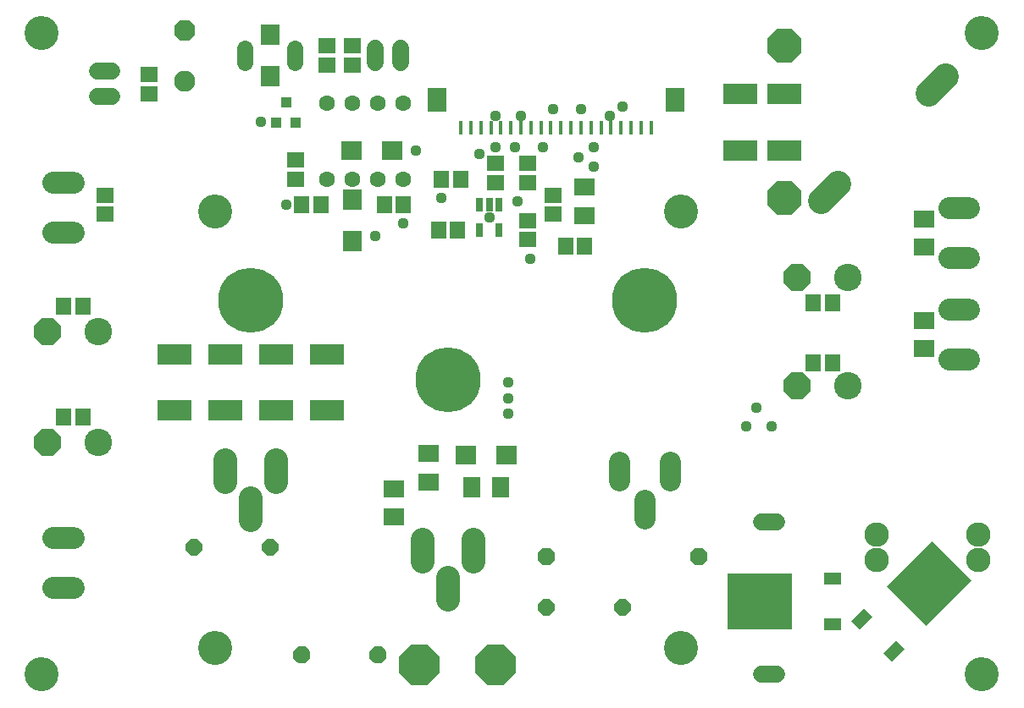
<source format=gbs>
G75*
%MOIN*%
%OFA0B0*%
%FSLAX25Y25*%
%IPPOS*%
%LPD*%
%AMOC8*
5,1,8,0,0,1.08239X$1,22.5*
%
%ADD10C,0.13398*%
%ADD11OC8,0.06400*%
%ADD12R,0.05918X0.06706*%
%ADD13R,0.13398X0.07887*%
%ADD14C,0.10800*%
%ADD15OC8,0.10800*%
%ADD16R,0.07898X0.07099*%
%ADD17R,0.06706X0.05918*%
%ADD18R,0.03162X0.05524*%
%ADD19R,0.07099X0.07898*%
%ADD20C,0.08300*%
%ADD21OC8,0.08300*%
%ADD22R,0.03950X0.04343*%
%ADD23R,0.07493X0.07887*%
%ADD24C,0.06343*%
%ADD25R,0.22060X0.25209*%
%ADD26R,0.04737X0.07099*%
%ADD27R,0.25209X0.22060*%
%ADD28R,0.07099X0.04737*%
%ADD29C,0.10250*%
%ADD30C,0.01360*%
%ADD31OC8,0.15800*%
%ADD32C,0.09658*%
%ADD33OC8,0.06800*%
%ADD34C,0.08600*%
%ADD35R,0.01575X0.05512*%
%ADD36R,0.07480X0.09252*%
%ADD37C,0.06737*%
%ADD38C,0.06312*%
%ADD39R,0.07887X0.07493*%
%ADD40C,0.06500*%
%ADD41OC8,0.13398*%
%ADD42C,0.08400*%
%ADD43C,0.25603*%
%ADD44C,0.09400*%
%ADD45C,0.04400*%
%ADD46C,0.04369*%
D10*
X0014750Y0016000D03*
X0083215Y0026207D03*
X0266285Y0026207D03*
X0384750Y0016000D03*
X0266285Y0198293D03*
X0384750Y0268500D03*
X0083215Y0198293D03*
X0014750Y0268500D03*
D11*
X0213500Y0042250D03*
X0243500Y0042250D03*
D12*
X0318510Y0138500D03*
X0325990Y0138500D03*
X0325990Y0162250D03*
X0318510Y0162250D03*
X0228490Y0184750D03*
X0221010Y0184750D03*
X0178490Y0191000D03*
X0171010Y0191000D03*
X0157240Y0201000D03*
X0149760Y0201000D03*
X0172260Y0211000D03*
X0179740Y0211000D03*
X0124740Y0201000D03*
X0117260Y0201000D03*
X0030990Y0161000D03*
X0023510Y0161000D03*
X0023510Y0117250D03*
X0030990Y0117250D03*
D13*
X0067250Y0119976D03*
X0087250Y0119976D03*
X0107250Y0119976D03*
X0127250Y0119976D03*
X0127250Y0142024D03*
X0107250Y0142024D03*
X0087250Y0142024D03*
X0067250Y0142024D03*
X0289750Y0222476D03*
X0307250Y0222476D03*
X0307250Y0244524D03*
X0289750Y0244524D03*
D14*
X0332250Y0172250D03*
X0332250Y0129750D03*
X0037250Y0151000D03*
X0037250Y0107250D03*
D15*
X0017250Y0107250D03*
X0017250Y0151000D03*
X0312250Y0129750D03*
X0312250Y0172250D03*
D16*
X0362250Y0184152D03*
X0362250Y0195348D03*
X0362250Y0155348D03*
X0362250Y0144152D03*
X0228500Y0196652D03*
X0228500Y0207848D03*
X0167250Y0102848D03*
X0167250Y0091652D03*
X0153500Y0089098D03*
X0153500Y0077902D03*
D17*
X0206000Y0187260D03*
X0206000Y0194740D03*
X0216000Y0197260D03*
X0216000Y0204740D03*
X0206000Y0209760D03*
X0206000Y0217240D03*
X0193500Y0217240D03*
X0193500Y0209760D03*
X0137250Y0256010D03*
X0137250Y0263490D03*
X0127250Y0263490D03*
X0127250Y0256010D03*
X0114750Y0218490D03*
X0114750Y0211010D03*
X0057250Y0244760D03*
X0057250Y0252240D03*
X0039750Y0204740D03*
X0039750Y0197260D03*
D18*
X0187260Y0201142D03*
X0191000Y0201142D03*
X0194740Y0201142D03*
X0194740Y0190858D03*
X0187260Y0190858D03*
D19*
X0184152Y0089750D03*
X0195348Y0089750D03*
D20*
X0071000Y0249750D03*
D21*
X0071000Y0269750D03*
D22*
X0111000Y0241187D03*
X0107260Y0233313D03*
X0114740Y0233313D03*
D23*
X0104750Y0251679D03*
X0104750Y0267821D03*
X0137250Y0202821D03*
X0137250Y0186679D03*
D24*
X0114593Y0256978D02*
X0114593Y0262522D01*
X0094907Y0262522D02*
X0094907Y0256978D01*
D25*
G36*
X0365322Y0068421D02*
X0380921Y0052822D01*
X0363098Y0034999D01*
X0347499Y0050598D01*
X0365322Y0068421D01*
G37*
D26*
G36*
X0338375Y0041918D02*
X0341723Y0038570D01*
X0336705Y0033552D01*
X0333357Y0036900D01*
X0338375Y0041918D01*
G37*
G36*
X0351070Y0029223D02*
X0354418Y0025875D01*
X0349400Y0020857D01*
X0346052Y0024205D01*
X0351070Y0029223D01*
G37*
D27*
X0297407Y0044750D03*
D28*
X0326148Y0035774D03*
X0326148Y0053726D03*
D29*
X0321446Y0202696D02*
X0328128Y0209378D01*
X0363872Y0245122D02*
X0370554Y0251804D01*
D30*
X0105234Y0063924D02*
X0105914Y0063244D01*
X0103660Y0063244D01*
X0102068Y0064836D01*
X0102068Y0067090D01*
X0103660Y0068682D01*
X0105914Y0068682D01*
X0107506Y0067090D01*
X0107506Y0064836D01*
X0105914Y0063244D01*
X0105491Y0064264D01*
X0104083Y0064264D01*
X0103088Y0065259D01*
X0103088Y0066667D01*
X0104083Y0067662D01*
X0105491Y0067662D01*
X0106486Y0066667D01*
X0106486Y0065259D01*
X0105491Y0064264D01*
X0105069Y0065284D01*
X0104505Y0065284D01*
X0104108Y0065681D01*
X0104108Y0066245D01*
X0104505Y0066642D01*
X0105069Y0066642D01*
X0105466Y0066245D01*
X0105466Y0065681D01*
X0105069Y0065284D01*
X0075234Y0063924D02*
X0075914Y0063244D01*
X0073660Y0063244D01*
X0072068Y0064836D01*
X0072068Y0067090D01*
X0073660Y0068682D01*
X0075914Y0068682D01*
X0077506Y0067090D01*
X0077506Y0064836D01*
X0075914Y0063244D01*
X0075491Y0064264D01*
X0074083Y0064264D01*
X0073088Y0065259D01*
X0073088Y0066667D01*
X0074083Y0067662D01*
X0075491Y0067662D01*
X0076486Y0066667D01*
X0076486Y0065259D01*
X0075491Y0064264D01*
X0075069Y0065284D01*
X0074505Y0065284D01*
X0074108Y0065681D01*
X0074108Y0066245D01*
X0074505Y0066642D01*
X0075069Y0066642D01*
X0075466Y0066245D01*
X0075466Y0065681D01*
X0075069Y0065284D01*
X0117660Y0021498D02*
X0118340Y0020818D01*
X0116086Y0020818D01*
X0114494Y0022410D01*
X0114494Y0024664D01*
X0116086Y0026256D01*
X0118340Y0026256D01*
X0119932Y0024664D01*
X0119932Y0022410D01*
X0118340Y0020818D01*
X0117917Y0021838D01*
X0116509Y0021838D01*
X0115514Y0022833D01*
X0115514Y0024241D01*
X0116509Y0025236D01*
X0117917Y0025236D01*
X0118912Y0024241D01*
X0118912Y0022833D01*
X0117917Y0021838D01*
X0117495Y0022858D01*
X0116931Y0022858D01*
X0116534Y0023255D01*
X0116534Y0023819D01*
X0116931Y0024216D01*
X0117495Y0024216D01*
X0117892Y0023819D01*
X0117892Y0023255D01*
X0117495Y0022858D01*
X0147660Y0021498D02*
X0148340Y0020818D01*
X0146086Y0020818D01*
X0144494Y0022410D01*
X0144494Y0024664D01*
X0146086Y0026256D01*
X0148340Y0026256D01*
X0149932Y0024664D01*
X0149932Y0022410D01*
X0148340Y0020818D01*
X0147917Y0021838D01*
X0146509Y0021838D01*
X0145514Y0022833D01*
X0145514Y0024241D01*
X0146509Y0025236D01*
X0147917Y0025236D01*
X0148912Y0024241D01*
X0148912Y0022833D01*
X0147917Y0021838D01*
X0147495Y0022858D01*
X0146931Y0022858D01*
X0146534Y0023255D01*
X0146534Y0023819D01*
X0146931Y0024216D01*
X0147495Y0024216D01*
X0147892Y0023819D01*
X0147892Y0023255D01*
X0147495Y0022858D01*
D31*
X0163500Y0019750D03*
X0193500Y0019750D03*
D32*
X0343500Y0061000D03*
X0343500Y0071000D03*
X0383500Y0071000D03*
X0383500Y0061000D03*
D33*
X0273500Y0062250D03*
X0213500Y0062250D03*
D34*
X0372100Y0139850D02*
X0379900Y0139850D01*
X0379900Y0159650D02*
X0372100Y0159650D01*
X0372100Y0179850D02*
X0379900Y0179850D01*
X0379900Y0199650D02*
X0372100Y0199650D01*
X0027400Y0189850D02*
X0019600Y0189850D01*
X0019600Y0209650D02*
X0027400Y0209650D01*
X0027400Y0069650D02*
X0019600Y0069650D01*
X0019600Y0049850D02*
X0027400Y0049850D01*
D35*
X0179848Y0231423D03*
X0183785Y0231423D03*
X0187722Y0231423D03*
X0191659Y0231423D03*
X0195596Y0231423D03*
X0199533Y0231423D03*
X0203470Y0231423D03*
X0207407Y0231423D03*
X0211344Y0231423D03*
X0215281Y0231423D03*
X0219219Y0231423D03*
X0223156Y0231423D03*
X0227093Y0231423D03*
X0231030Y0231423D03*
X0234967Y0231423D03*
X0238904Y0231423D03*
X0242841Y0231423D03*
X0246778Y0231423D03*
X0250715Y0231423D03*
X0254652Y0231423D03*
D36*
X0264100Y0242250D03*
X0170400Y0242250D03*
D37*
X0298031Y0076000D02*
X0303969Y0076000D01*
X0303969Y0016000D02*
X0298031Y0016000D01*
D38*
X0157250Y0211000D03*
X0147250Y0211000D03*
X0137250Y0211000D03*
X0127250Y0211000D03*
X0127250Y0241000D03*
X0137250Y0241000D03*
X0147250Y0241000D03*
X0157250Y0241000D03*
D39*
X0152821Y0222250D03*
X0136679Y0222250D03*
X0181679Y0102250D03*
X0197821Y0102250D03*
D40*
X0042600Y0243500D02*
X0036900Y0243500D01*
X0036900Y0253500D02*
X0042600Y0253500D01*
X0146000Y0256900D02*
X0146000Y0262600D01*
X0156000Y0262600D02*
X0156000Y0256900D01*
D41*
X0307250Y0263500D03*
X0307250Y0203500D03*
D42*
X0262250Y0099800D02*
X0262250Y0092200D01*
X0252250Y0084800D02*
X0252250Y0077200D01*
X0242250Y0092200D02*
X0242250Y0099800D01*
D43*
X0174750Y0132073D03*
X0097250Y0163323D03*
X0252250Y0163323D03*
D44*
X0184750Y0069050D02*
X0184750Y0060450D01*
X0174750Y0054050D02*
X0174750Y0045450D01*
X0164750Y0060450D02*
X0164750Y0069050D01*
X0107250Y0091700D02*
X0107250Y0100300D01*
X0097250Y0085300D02*
X0097250Y0076700D01*
X0087250Y0091700D02*
X0087250Y0100300D01*
D45*
X0157250Y0193500D03*
X0172250Y0203500D03*
X0191000Y0196000D03*
X0193500Y0223500D03*
X0212250Y0223500D03*
X0232250Y0216000D03*
X0227250Y0238500D03*
X0193500Y0236000D03*
X0111000Y0201000D03*
D46*
X0146000Y0188500D03*
X0187250Y0221000D03*
X0201000Y0223500D03*
X0203500Y0236000D03*
X0216000Y0238500D03*
X0232250Y0223500D03*
X0226000Y0219750D03*
X0238500Y0236000D03*
X0243500Y0239750D03*
X0202250Y0202250D03*
X0207250Y0179750D03*
X0162250Y0222250D03*
X0101000Y0233500D03*
X0198500Y0131000D03*
X0198500Y0124750D03*
X0198500Y0118500D03*
X0292250Y0113500D03*
X0302250Y0113500D03*
X0296000Y0121000D03*
M02*

</source>
